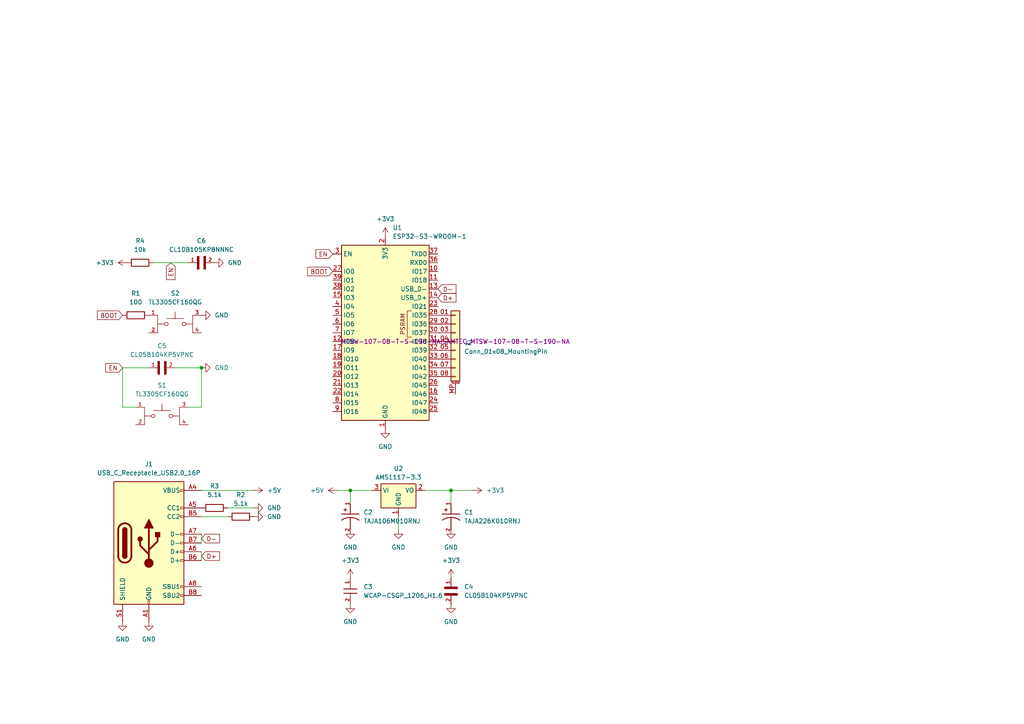
<source format=kicad_sch>
(kicad_sch (version 20250114) (generator "eeschema") (generator_version "9.0")
  (paper "A4")
  (lib_symbols
    (symbol "CL05B104KP5VPNC (100nF):CL05B104KP5VPNC" (pin_names (offset 1.016))
      (property "Reference" "C" (at 0 3.8109 0))
      (property "Value" "CL05B104KP5VPNC" (at 0 -5.0885 0))
      (symbol "CL05B104KP5VPNC_0_0"
        (rectangle (start 0 -1.9069) (end 0.635 1.905) (stroke (width 0.1)) (fill (type outline)))
        (rectangle (start 1.9069 -1.9069) (end 2.54 1.905) (stroke (width 0.1)) (fill (type outline)))
        (pin passive line (at -2.54 0 0) (length 2.54) (name "~") (number "1"))
        (pin passive line (at 5.08 0 180) (length 2.54) (name "~") (number "2"))
      )
    )
    (symbol "CL10B105KP8NNNC (1uF):CL10B105KP8NNNC" (pin_names (offset 1.016))
      (property "Reference" "C" (at 0 3.8109 0))
      (property "Value" "CL10B105KP8NNNC" (at 0 -5.0885 0))
      (symbol "CL10B105KP8NNNC_0_0"
        (rectangle (start 0 -1.9069) (end 0.635 1.905) (stroke (width 0.1)) (fill (type outline)))
        (rectangle (start 1.9069 -1.9069) (end 2.54 1.905) (stroke (width 0.1)) (fill (type outline)))
        (pin passive line (at -2.54 0 0) (length 2.54) (name "~") (number "1"))
        (pin passive line (at 5.08 0 180) (length 2.54) (name "~") (number "2"))
      )
    )
    (symbol "Connector:USB_C_Receptacle_USB2.0_16P" (pin_names (offset 1.016))
      (property "Reference" "J" (at 0 22.225 0))
      (property "Value" "USB_C_Receptacle_USB2.0_16P" (at 0 19.685 0))
      (symbol "USB_C_Receptacle_USB2.0_16P_0_0"
        (rectangle (start -0.254 -17.78) (end 0.254 -16.764))
        (rectangle (start 10.16 15.494) (end 9.144 14.986))
        (rectangle (start 10.16 10.414) (end 9.144 9.906))
        (rectangle (start 10.16 7.874) (end 9.144 7.366))
        (rectangle (start 10.16 2.794) (end 9.144 2.286))
        (rectangle (start 10.16 0.254) (end 9.144 -0.254))
        (rectangle (start 10.16 -2.286) (end 9.144 -2.794))
        (rectangle (start 10.16 -4.826) (end 9.144 -5.334))
        (rectangle (start 10.16 -12.446) (end 9.144 -12.954))
        (rectangle (start 10.16 -14.986) (end 9.144 -15.494))
      )
      (symbol "USB_C_Receptacle_USB2.0_16P_0_1"
        (rectangle (start -10.16 17.78) (end 10.16 -17.78) (stroke (width 0.254)) (fill (type background)))
        (polyline (pts (xy -8.89 -3.81) (xy -8.89 3.81)) (stroke (width 0.508)))
        (rectangle (start -7.62 -3.81) (end -6.35 3.81) (stroke (width 0.254)) (fill (type outline)))
        (arc (start -7.62 3.81) (mid -6.985 4.4423) (end -6.35 3.81) (stroke (width 0.254)))
        (arc (start -7.62 3.81) (mid -6.985 4.4423) (end -6.35 3.81) (stroke (width 0.254)) (fill (type outline)))
        (arc (start -8.89 3.81) (mid -6.985 5.7067) (end -5.08 3.81) (stroke (width 0.508)))
        (arc (start -5.08 -3.81) (mid -6.985 -5.7067) (end -8.89 -3.81) (stroke (width 0.508)))
        (arc (start -6.35 -3.81) (mid -6.985 -4.4423) (end -7.62 -3.81) (stroke (width 0.254)))
        (arc (start -6.35 -3.81) (mid -6.985 -4.4423) (end -7.62 -3.81) (stroke (width 0.254)) (fill (type outline)))
        (polyline (pts (xy -5.08 3.81) (xy -5.08 -3.81)) (stroke (width 0.508)))
        (circle (center -2.54 1.143) (radius 0.635) (stroke (width 0.254)) (fill (type outline)))
        (polyline (pts (xy -1.27 4.318) (xy 0 6.858) (xy 1.27 4.318) (xy -1.27 4.318)) (stroke (width 0.254)) (fill (type outline)))
        (polyline (pts (xy 0 -2.032) (xy 2.54 0.508) (xy 2.54 1.778)) (stroke (width 0.508)))
        (polyline (pts (xy 0 -3.302) (xy -2.54 -0.762) (xy -2.54 0.508)) (stroke (width 0.508)))
        (polyline (pts (xy 0 -5.842) (xy 0 4.318)) (stroke (width 0.508)))
        (circle (center 0 -5.842) (radius 1.27) (fill (type outline)))
        (rectangle (start 1.905 1.778) (end 3.175 3.048) (stroke (width 0.254)) (fill (type outline)))
      )
      (symbol "USB_C_Receptacle_USB2.0_16P_1_1"
        (pin passive line (at -7.62 -22.86 90) (length 5.08) (name "SHIELD") (number "S1"))
        (pin passive line (at 0 -22.86 90) (length 5.08) (name "GND") (number "A1"))
        (pin passive line (at 0 -22.86 90) (length 5.08) (hide yes) (name "GND") (number "A12"))
        (pin passive line (at 0 -22.86 90) (length 5.08) (hide yes) (name "GND") (number "B1"))
        (pin passive line (at 0 -22.86 90) (length 5.08) (hide yes) (name "GND") (number "B12"))
        (pin passive line (at 15.24 15.24 180) (length 5.08) (name "VBUS") (number "A4"))
        (pin passive line (at 15.24 15.24 180) (length 5.08) (hide yes) (name "VBUS") (number "A9"))
        (pin passive line (at 15.24 15.24 180) (length 5.08) (hide yes) (name "VBUS") (number "B4"))
        (pin passive line (at 15.24 15.24 180) (length 5.08) (hide yes) (name "VBUS") (number "B9"))
        (pin bidirectional line (at 15.24 10.16 180) (length 5.08) (name "CC1") (number "A5"))
        (pin bidirectional line (at 15.24 7.62 180) (length 5.08) (name "CC2") (number "B5"))
        (pin bidirectional line (at 15.24 2.54 180) (length 5.08) (name "D-") (number "A7"))
        (pin bidirectional line (at 15.24 0 180) (length 5.08) (name "D-") (number "B7"))
        (pin bidirectional line (at 15.24 -2.54 180) (length 5.08) (name "D+") (number "A6"))
        (pin bidirectional line (at 15.24 -5.08 180) (length 5.08) (name "D+") (number "B6"))
        (pin bidirectional line (at 15.24 -12.7 180) (length 5.08) (name "SBU1") (number "A8"))
        (pin bidirectional line (at 15.24 -15.24 180) (length 5.08) (name "SBU2") (number "B8"))
      )
    )
    (symbol "Connector_Generic_MountingPin:Conn_01x08_MountingPin" (pin_names (offset 1.016) (hide yes))
      (property "Reference" "J2" (at 2.54 -0.3555 0))
      (property "Value" "Conn_01x08_MountingPin" (at 2.54 -2.8955 0))
      (property "Footprint" "MTSW-107-08-T-S-190-NA:SAMTEC_MTSW-107-08-T-S-190-NA" (at 0 0 0))
      (symbol "Conn_01x08_MountingPin_1_1"
        (rectangle (start -1.27 8.89) (end 1.27 -11.43) (stroke (width 0.254)) (fill (type background)))
        (rectangle (start -1.27 7.747) (end 0 7.493) (stroke (width 0.1524)))
        (rectangle (start -1.27 5.207) (end 0 4.953) (stroke (width 0.1524)))
        (rectangle (start -1.27 2.667) (end 0 2.413) (stroke (width 0.1524)))
        (rectangle (start -1.27 0.127) (end 0 -0.127) (stroke (width 0.1524)))
        (rectangle (start -1.27 -2.413) (end 0 -2.667) (stroke (width 0.1524)))
        (rectangle (start -1.27 -4.953) (end 0 -5.207) (stroke (width 0.1524)))
        (rectangle (start -1.27 -7.493) (end 0 -7.747) (stroke (width 0.1524)))
        (rectangle (start -1.27 -10.033) (end 0 -10.287) (stroke (width 0.1524)))
        (polyline (pts (xy -1.016 -12.192) (xy 1.016 -12.192)) (stroke (width 0.1524)))
        (text "Mounting" (at 0 -11.811 0) (effects (font (size 0.381 0.381))))
        (pin passive line (at -5.08 7.62 0) (length 3.81) (name "Pin_1") (number "01"))
        (pin passive line (at -5.08 5.08 0) (length 3.81) (name "Pin_2") (number "02"))
        (pin passive line (at -5.08 2.54 0) (length 3.81) (name "Pin_3") (number "03"))
        (pin passive line (at -5.08 0 0) (length 3.81) (name "Pin_4") (number "04"))
        (pin passive line (at -5.08 -2.54 0) (length 3.81) (name "Pin_5") (number "05"))
        (pin passive line (at -5.08 -5.08 0) (length 3.81) (name "Pin_6") (number "06"))
        (pin passive line (at -5.08 -7.62 0) (length 3.81) (name "Pin_7") (number "07"))
        (pin passive line (at -5.08 -10.16 0) (length 3.81) (name "Pin_8") (number "08"))
        (pin passive line (at 0 -15.24 90) (length 3.048) (name "MountPin") (number "MP"))
      )
    )
    (symbol "Device:R" (pin_numbers (hide yes)) (pin_names (offset 0))
      (property "Reference" "R" (at 2.032 0 90))
      (property "Value" "R" (at 0 0 90))
      (symbol "R_0_1"
        (rectangle (start -1.016 -2.54) (end 1.016 2.54) (stroke (width 0.254)))
      )
      (symbol "R_1_1"
        (pin passive line (at 0 3.81 270) (length 1.27) (name "~") (number "1"))
        (pin passive line (at 0 -3.81 90) (length 1.27) (name "~") (number "2"))
      )
    )
    (symbol "RF_Module:ESP32-S3-WROOM-1"
      (property "Reference" "U" (at -12.7 26.67 0))
      (property "Value" "ESP32-S3-WROOM-1" (at 12.7 26.67 0))
      (symbol "ESP32-S3-WROOM-1_0_0"
        (rectangle (start -12.7 25.4) (end 12.7 -25.4) (stroke (width 0.254)) (fill (type background)))
        (text "PSRAM" (at 5.08 2.54 900) (effects (font (size 1.27 1.27))))
      )
      (symbol "ESP32-S3-WROOM-1_0_1"
        (polyline (pts (xy 7.62 -1.27) (xy 6.35 -1.27) (xy 6.35 6.35) (xy 7.62 6.35)))
      )
      (symbol "ESP32-S3-WROOM-1_1_1"
        (pin input line (at -15.24 22.86 0) (length 2.54) (name "EN") (number "3"))
        (pin bidirectional line (at -15.24 17.78 0) (length 2.54) (name "IO0") (number "27"))
        (pin bidirectional line (at -15.24 15.24 0) (length 2.54) (name "IO1") (number "39"))
        (pin bidirectional line (at -15.24 12.7 0) (length 2.54) (name "IO2") (number "38"))
        (pin bidirectional line (at -15.24 10.16 0) (length 2.54) (name "IO3") (number "15"))
        (pin bidirectional line (at -15.24 7.62 0) (length 2.54) (name "IO4") (number "4"))
        (pin bidirectional line (at -15.24 5.08 0) (length 2.54) (name "IO5") (number "5"))
        (pin bidirectional line (at -15.24 2.54 0) (length 2.54) (name "IO6") (number "6"))
        (pin bidirectional line (at -15.24 0 0) (length 2.54) (name "IO7") (number "7"))
        (pin bidirectional line (at -15.24 -2.54 0) (length 2.54) (name "IO8") (number "12"))
        (pin bidirectional line (at -15.24 -5.08 0) (length 2.54) (name "IO9") (number "17"))
        (pin bidirectional line (at -15.24 -7.62 0) (length 2.54) (name "IO10") (number "18"))
        (pin bidirectional line (at -15.24 -10.16 0) (length 2.54) (name "IO11") (number "19"))
        (pin bidirectional line (at -15.24 -12.7 0) (length 2.54) (name "IO12") (number "20"))
        (pin bidirectional line (at -15.24 -15.24 0) (length 2.54) (name "IO13") (number "21"))
        (pin bidirectional line (at -15.24 -17.78 0) (length 2.54) (name "IO14") (number "22"))
        (pin bidirectional line (at -15.24 -20.32 0) (length 2.54) (name "IO15") (number "8"))
        (pin bidirectional line (at -15.24 -22.86 0) (length 2.54) (name "IO16") (number "9"))
        (pin power_in line (at 0 27.94 270) (length 2.54) (name "3V3") (number "2"))
        (pin power_in line (at 0 -27.94 90) (length 2.54) (name "GND") (number "1"))
        (pin passive line (at 0 -27.94 90) (length 2.54) (hide yes) (name "GND") (number "40"))
        (pin passive line (at 0 -27.94 90) (length 2.54) (hide yes) (name "GND") (number "41"))
        (pin bidirectional line (at 15.24 22.86 180) (length 2.54) (name "TXD0") (number "37"))
        (pin bidirectional line (at 15.24 20.32 180) (length 2.54) (name "RXD0") (number "36"))
        (pin bidirectional line (at 15.24 17.78 180) (length 2.54) (name "IO17") (number "10"))
        (pin bidirectional line (at 15.24 15.24 180) (length 2.54) (name "IO18") (number "11"))
        (pin bidirectional line (at 15.24 12.7 180) (length 2.54) (name "USB_D-") (number "13"))
        (pin bidirectional line (at 15.24 10.16 180) (length 2.54) (name "USB_D+") (number "14"))
        (pin bidirectional line (at 15.24 7.62 180) (length 2.54) (name "IO21") (number "23"))
        (pin bidirectional line (at 15.24 5.08 180) (length 2.54) (name "IO35") (number "28"))
        (pin bidirectional line (at 15.24 2.54 180) (length 2.54) (name "IO36") (number "29"))
        (pin bidirectional line (at 15.24 0 180) (length 2.54) (name "IO37") (number "30"))
        (pin bidirectional line (at 15.24 -2.54 180) (length 2.54) (name "IO38") (number "31"))
        (pin bidirectional line (at 15.24 -5.08 180) (length 2.54) (name "IO39") (number "32"))
        (pin bidirectional line (at 15.24 -7.62 180) (length 2.54) (name "IO40") (number "33"))
        (pin bidirectional line (at 15.24 -10.16 180) (length 2.54) (name "IO41") (number "34"))
        (pin bidirectional line (at 15.24 -12.7 180) (length 2.54) (name "IO42") (number "35"))
        (pin bidirectional line (at 15.24 -15.24 180) (length 2.54) (name "IO45") (number "26"))
        (pin bidirectional line (at 15.24 -17.78 180) (length 2.54) (name "IO46") (number "16"))
        (pin bidirectional line (at 15.24 -20.32 180) (length 2.54) (name "IO47") (number "24"))
        (pin bidirectional line (at 15.24 -22.86 180) (length 2.54) (name "IO48") (number "25"))
      )
    )
    (symbol "Regulator_Linear:AMS1117-3.3"
      (property "Reference" "U" (at -3.81 3.175 0))
      (property "Value" "AMS1117-3.3" (at 0 3.175 0))
      (symbol "AMS1117-3.3_0_1"
        (rectangle (start -5.08 -5.08) (end 5.08 1.905) (stroke (width 0.254)) (fill (type background)))
      )
      (symbol "AMS1117-3.3_1_1"
        (pin power_in line (at -7.62 0 0) (length 2.54) (name "VI") (number "3"))
        (pin power_in line (at 0 -7.62 90) (length 2.54) (name "GND") (number "1"))
        (pin power_out line (at 7.62 0 180) (length 2.54) (name "VO") (number "2"))
      )
    )
    (symbol "TAJA106M010RNJ (10uF):TAJA106M010RNJ" (pin_names (offset 1.016))
      (property "Reference" "C" (at -5.08 3.81 0))
      (property "Value" "TAJA106M010RNJ" (at -5.08 -5.08 0))
      (symbol "TAJA106M010RNJ_0_0"
        (polyline (pts (xy -5.08 0) (xy -2.032 0)) (stroke (width 0.254)))
        (rectangle (start -3.713 -1.532) (end -2.824 -1.405) (stroke (width 0.1)) (fill (type outline)))
        (rectangle (start -3.332 -1.913) (end -3.205 -1.024) (stroke (width 0.1)) (fill (type outline)))
        (polyline (pts (xy -2.032 2.54) (xy -2.032 -2.54)) (stroke (width 0.254)))
        (polyline (pts (xy -1.016 0) (xy 2.54 0)) (stroke (width 0.254)))
        (arc (start -0.254 -2.54) (mid -1.0549 0) (end -0.254 2.54) (stroke (width 0.254)))
        (pin passive line (at -5.08 0 0) (length 0) (name "~") (number "1"))
        (pin passive line (at 2.54 0 180) (length 0) (name "~") (number "2"))
      )
    )
    (symbol "TAJA226K010RNJ (22uF):TAJA226K010RNJ" (pin_names (offset 1.016))
      (property "Reference" "C" (at -5.08 3.81 0))
      (property "Value" "TAJA226K010RNJ" (at -5.08 -5.08 0))
      (symbol "TAJA226K010RNJ_0_0"
        (polyline (pts (xy -5.08 0) (xy -2.032 0)) (stroke (width 0.254)))
        (rectangle (start -3.713 -1.532) (end -2.824 -1.405) (stroke (width 0.1)) (fill (type outline)))
        (rectangle (start -3.332 -1.913) (end -3.205 -1.024) (stroke (width 0.1)) (fill (type outline)))
        (polyline (pts (xy -2.032 2.54) (xy -2.032 -2.54)) (stroke (width 0.254)))
        (polyline (pts (xy -1.016 0) (xy 2.54 0)) (stroke (width 0.254)))
        (arc (start -0.254 -2.54) (mid -1.0549 0) (end -0.254 2.54) (stroke (width 0.254)))
        (pin passive line (at -5.08 0 0) (length 0) (name "~") (number "1"))
        (pin passive line (at 2.54 0 180) (length 0) (name "~") (number "2"))
      )
    )
    (symbol "TL3305CF160QG (switch):TL3305CF160QG" (pin_names (offset 1.016))
      (property "Reference" "S" (at -5.08 5.08 0))
      (property "Value" "TL3305CF160QG" (at -5.08 -5.08 0))
      (symbol "TL3305CF160QG_0_0"
        (polyline (pts (xy -5.08 2.54) (xy -5.08 -2.54)) (stroke (width 0.1524)))
        (polyline (pts (xy -5.08 0) (xy -3.048 0)) (stroke (width 0.1524)))
        (polyline (pts (xy -2.54 1.5875) (xy 0 1.5875)) (stroke (width 0.1524)))
        (circle (center -2.54 0) (radius 0.508) (stroke (width 0.1524)))
        (polyline (pts (xy 0 1.5875) (xy 0 3.4925)) (stroke (width 0.1524)))
        (polyline (pts (xy 0 1.5875) (xy 2.54 1.5875)) (stroke (width 0.1524)))
        (circle (center 2.54 0) (radius 0.508) (stroke (width 0.1524)))
        (polyline (pts (xy 5.08 2.54) (xy 5.08 -2.54)) (stroke (width 0.1524)))
        (polyline (pts (xy 5.08 0) (xy 3.048 0)) (stroke (width 0.1524)))
        (pin passive line (at -7.62 2.54 0) (length 2.54) (name "~") (number "1"))
        (pin passive line (at -7.62 -2.54 0) (length 2.54) (name "~") (number "2"))
        (pin passive line (at 7.62 2.54 180) (length 2.54) (name "~") (number "3"))
        (pin passive line (at 7.62 -2.54 180) (length 2.54) (name "~") (number "4"))
      )
    )
    (symbol "WCAP-CSGP_1206_H1.6 (22uF):WCAP-CSGP_1206_H1.6" (pin_names (offset 1.016))
      (property "Reference" "C" (at 1.27 3.302 0))
      (property "Value" "WCAP-CSGP_1206_H1.6" (at 1.27 -5.08 0))
      (symbol "WCAP-CSGP_1206_H1.6_0_0"
        (polyline (pts (xy 0 0) (xy 0.6426 0)) (stroke (width 0.1524)))
        (polyline (pts (xy 0.635 -1.905) (xy 0.635 1.905)) (stroke (width 0.254)))
        (polyline (pts (xy 1.905 1.905) (xy 1.905 -1.905)) (stroke (width 0.254)))
        (polyline (pts (xy 1.9279 0) (xy 2.5705 0)) (stroke (width 0.1524)))
        (pin passive line (at -2.54 0 0) (length 2.54) (name "~") (number "1"))
        (pin passive line (at 5.08 0 180) (length 2.54) (name "~") (number "2"))
      )
    )
    (symbol "power:+3V3" (power) (pin_numbers (hide yes)) (pin_names (offset 0) (hide yes))
      (property "Value" "+3V3" (at 0 3.556 0))
      (symbol "+3V3_0_1"
        (polyline (pts (xy -0.762 1.27) (xy 0 2.54)))
        (polyline (pts (xy 0 2.54) (xy 0.762 1.27)))
        (polyline (pts (xy 0 0) (xy 0 2.54)))
      )
      (symbol "+3V3_1_1"
        (pin power_in line (at 0 0 90) (length 0) (name "~") (number "1"))
      )
    )
    (symbol "power:+5V" (power) (pin_numbers (hide yes)) (pin_names (offset 0) (hide yes))
      (property "Value" "+5V" (at 0 3.556 0))
      (symbol "+5V_0_1"
        (polyline (pts (xy -0.762 1.27) (xy 0 2.54)))
        (polyline (pts (xy 0 2.54) (xy 0.762 1.27)))
        (polyline (pts (xy 0 0) (xy 0 2.54)))
      )
      (symbol "+5V_1_1"
        (pin power_in line (at 0 0 90) (length 0) (name "~") (number "1"))
      )
    )
    (symbol "power:GND" (power) (pin_numbers (hide yes)) (pin_names (offset 0) (hide yes))
      (property "Value" "GND" (at 0 -3.81 0))
      (symbol "GND_0_1"
        (polyline (pts (xy 0 0) (xy 0 -1.27) (xy 1.27 -1.27) (xy 0 -2.54) (xy -1.27 -1.27) (xy 0 -1.27)))
      )
      (symbol "GND_1_1"
        (pin power_in line (at 0 0 270) (length 0) (name "~") (number "1"))
      )
    )
  )
  (junction (at 58.42 106.68))
  (junction (at 130.81 142.24))
  (junction (at 101.6 142.24))
  (wire (pts (xy 58.42 154.94) (xy 58.42 157.48)))
  (wire (pts (xy 130.81 146.05) (xy 130.81 142.24)))
  (wire (pts (xy 58.42 106.68) (xy 58.42 118.11)))
  (wire (pts (xy 97.79 142.24) (xy 101.6 142.24)))
  (wire (pts (xy 101.6 142.24) (xy 107.95 142.24)))
  (wire (pts (xy 101.6 142.24) (xy 101.6 146.05)))
  (wire (pts (xy 58.42 160.02) (xy 58.42 162.56)))
  (wire (pts (xy 43.18 106.68) (xy 35.56 106.68)))
  (wire (pts (xy 115.57 153.67) (xy 115.57 149.86)))
  (wire (pts (xy 35.56 118.11) (xy 39.37 118.11)))
  (wire (pts (xy 123.19 142.24) (xy 130.81 142.24)))
  (wire (pts (xy 50.8 106.68) (xy 58.42 106.68)))
  (wire (pts (xy 35.56 106.68) (xy 35.56 118.11)))
  (wire (pts (xy 58.42 142.24) (xy 73.66 142.24)))
  (wire (pts (xy 58.42 149.86) (xy 66.04 149.86)))
  (wire (pts (xy 130.81 142.24) (xy 137.16 142.24)))
  (wire (pts (xy 58.42 118.11) (xy 54.61 118.11)))
  (wire (pts (xy 54.61 76.2) (xy 44.45 76.2)))
  (wire (pts (xy 66.04 147.32) (xy 73.66 147.32)))
  (global_label "EN" (shape input) (at 35.56 106.68 180) (property "Intersheetrefs" "${INTERSHEET_REFS}" (effects (hide yes))))
  (global_label "EN" (shape input) (at 49.53 76.2 270) (property "Intersheetrefs" "${INTERSHEET_REFS}" (effects (hide yes))))
  (global_label "D+" (shape input) (at 127 86.36 0) (property "Intersheetrefs" "${INTERSHEET_REFS}" (effects (hide yes))))
  (global_label "D-" (shape input) (at 58.42 156.21 0) (property "Intersheetrefs" "${INTERSHEET_REFS}" (effects (hide yes))))
  (global_label "EN" (shape input) (at 96.52 73.66 180) (property "Intersheetrefs" "${INTERSHEET_REFS}" (effects (hide yes))))
  (global_label "D-" (shape input) (at 127 83.82 0) (property "Intersheetrefs" "${INTERSHEET_REFS}" (effects (hide yes))))
  (global_label "D+" (shape input) (at 58.42 161.29 0) (property "Intersheetrefs" "${INTERSHEET_REFS}" (effects (hide yes))))
  (global_label "BOOT" (shape input) (at 35.56 91.44 180) (property "Intersheetrefs" "${INTERSHEET_REFS}" (effects (hide yes))))
  (global_label "BOOT" (shape input) (at 96.52 78.74 180) (property "Intersheetrefs" "${INTERSHEET_REFS}" (effects (hide yes))))
  (symbol (lib_id "power:+3V3") (at 101.6 167.64 0) (unit 1)
    (property "Reference" "#PWR010" (effects (hide yes)))
    (property "Value" "+3V3" (at 101.6 162.56 0))
    (property "Description" "Power symbol creates a global label with name \"+3V3\"" (effects (hide yes)))
  )
  (symbol (lib_id "Regulator_Linear:AMS1117-3.3") (at 115.57 142.24 0) (unit 1)
    (property "Reference" "U2" (at 115.57 135.89 0))
    (property "Value" "AMS1117-3.3" (at 115.57 138.43 0))
    (property "Footprint" "Package_TO_SOT_SMD:SOT-223-3_TabPin2" (effects (hide yes)))
    (property "Datasheet" "http://www.advanced-monolithic.com/pdf/ds1117.pdf" (effects (hide yes)))
    (property "Description" "1A Low Dropout regulator, positive, 3.3V fixed output, SOT-223" (effects (hide yes)))
  )
  (symbol (lib_id "power:+3V3") (at 36.83 76.2 90) (unit 1)
    (property "Reference" "#PWR015" (effects (hide yes)))
    (property "Value" "+3V3" (at 33.02 76.1999 90) (effects (justify left)))
    (property "Description" "Power symbol creates a global label with name \"+3V3\"" (effects (hide yes)))
  )
  (symbol (lib_id "power:+3V3") (at 111.76 68.58 0) (unit 1)
    (property "Reference" "#PWR01" (effects (hide yes)))
    (property "Value" "+3V3" (at 111.76 63.5 0))
    (property "Description" "Power symbol creates a global label with name \"+3V3\"" (effects (hide yes)))
  )
  (symbol (lib_id "power:GND") (at 62.23 76.2 90) (unit 1)
    (property "Reference" "#PWR014" (effects (hide yes)))
    (property "Value" "GND" (at 66.04 76.1999 90) (effects (justify right)))
    (property "Description" "Power symbol creates a global label with name \"GND\" , ground" (effects (hide yes)))
  )
  (symbol (lib_id "CL05B104KP5VPNC (100nF):CL05B104KP5VPNC") (at 45.72 106.68 0) (unit 1)
    (property "Reference" "C5" (at 46.99 100.33 0))
    (property "Value" "CL05B104KP5VPNC" (at 46.99 102.87 0))
    (property "Footprint" "CL05B104KP5VPNC:CAPC1005X55N" (effects (hide yes)))
    (property "L1_min" "0.15" (effects (hide yes)))
    (property "Check_prices" "https://www.snapeda.com/parts/CL05B104KP5VPNC/Samsung/view-part/?ref=eda" (effects (hide yes)))
    (property "Package" "SMD-2 Samsung" (effects (hide yes)))
    (property "SnapEDA_Link" "https://www.snapeda.com/parts/CL05B104KP5VPNC/Samsung/view-part/?ref=snap" (effects (hide yes)))
    (property "STANDARD" "IPC 7351B" (effects (hide yes)))
    (property "E_min" "0.45" (effects (hide yes)))
    (property "MF" "Samsung" (effects (hide yes)))
    (property "D_min" "0.95" (effects (hide yes)))
    (property "D_nom" "1.0" (effects (hide yes)))
    (property "L_min" "0.15" (effects (hide yes)))
    (property "E_max" "0.55" (effects (hide yes)))
    (property "L_max" "0.35" (effects (hide yes)))
    (property "A_max" "0.55" (effects (hide yes)))
    (property "L1_nom" "0.25" (effects (hide yes)))
    (property "Description_1" "0.1 µF ±10% 10V Ceramic Capacitor X7R 0402 (1005 Metric)" (effects (hide yes)))
    (property "D_max" "1.05" (effects (hide yes)))
    (property "A_nom" "0.55" (effects (hide yes)))
    (property "L1_max" "0.35" (effects (hide yes)))
    (property "A_min" "0.55" (effects (hide yes)))
    (property "Availability" "In Stock" (effects (hide yes)))
    (property "MP" "CL05B104KP5VPNC" (effects (hide yes)))
    (property "E_nom" "0.5" (effects (hide yes)))
    (property "MANUFACTURER" "Samsung" (effects (hide yes)))
    (property "Price" "None" (effects (hide yes)))
    (property "L_nom" "0.25" (effects (hide yes)))
  )
  (symbol (lib_id "power:GND") (at 35.56 180.34 0) (unit 1)
    (property "Reference" "#PWR020" (effects (hide yes)))
    (property "Value" "GND" (at 35.56 185.42 0))
    (property "Description" "Power symbol creates a global label with name \"GND\" , ground" (effects (hide yes)))
  )
  (symbol (lib_id "TL3305CF160QG (switch):TL3305CF160QG") (at 50.8 93.98 0) (unit 1)
    (property "Reference" "S2" (at 50.8 85.09 0))
    (property "Value" "TL3305CF160QG" (at 50.8 87.63 0))
    (property "Footprint" "TL3305CF160QG:SW_TL3305CF160QG" (effects (hide yes)))
    (property "MF" "E-Switch" (effects (hide yes)))
    (property "MAXIMUM_PACKAGE_HEIGHT" "5 mm" (effects (hide yes)))
    (property "Package" "None" (effects (hide yes)))
    (property "Price" "None" (effects (hide yes)))
    (property "Check_prices" "https://www.snapeda.com/parts/TL3305CF160QG/E-Switch/view-part/?ref=eda" (effects (hide yes)))
    (property "STANDARD" "Manufacturer Recommendations" (effects (hide yes)))
    (property "PARTREV" "C" (effects (hide yes)))
    (property "SnapEDA_Link" "https://www.snapeda.com/parts/TL3305CF160QG/E-Switch/view-part/?ref=snap" (effects (hide yes)))
    (property "MP" "TL3305CF160QG" (effects (hide yes)))
    (property "Description_1" "SWITCH TACTILE SPST-NO 50MA 12V" (effects (hide yes)))
    (property "MANUFACTURER" "E-Switch" (effects (hide yes)))
    (property "Availability" "In Stock" (effects (hide yes)))
    (property "SNAPEDA_PN" "TL3305BF260QG" (effects (hide yes)))
  )
  (symbol (lib_id "power:GND") (at 101.6 175.26 0) (unit 1)
    (property "Reference" "#PWR08" (effects (hide yes)))
    (property "Value" "GND" (at 101.6 180.34 0))
    (property "Description" "Power symbol creates a global label with name \"GND\" , ground" (effects (hide yes)))
  )
  (symbol (lib_id "TL3305CF160QG (switch):TL3305CF160QG") (at 46.99 120.65 0) (unit 1)
    (property "Reference" "S1" (at 46.99 111.76 0))
    (property "Value" "TL3305CF160QG" (at 46.99 114.3 0))
    (property "Footprint" "TL3305CF160QG:SW_TL3305CF160QG" (effects (hide yes)))
    (property "MF" "E-Switch" (effects (hide yes)))
    (property "MAXIMUM_PACKAGE_HEIGHT" "5 mm" (effects (hide yes)))
    (property "Package" "None" (effects (hide yes)))
    (property "Price" "None" (effects (hide yes)))
    (property "Check_prices" "https://www.snapeda.com/parts/TL3305CF160QG/E-Switch/view-part/?ref=eda" (effects (hide yes)))
    (property "STANDARD" "Manufacturer Recommendations" (effects (hide yes)))
    (property "PARTREV" "C" (effects (hide yes)))
    (property "SnapEDA_Link" "https://www.snapeda.com/parts/TL3305CF160QG/E-Switch/view-part/?ref=snap" (effects (hide yes)))
    (property "MP" "TL3305CF160QG" (effects (hide yes)))
    (property "Description_1" "SWITCH TACTILE SPST-NO 50MA 12V" (effects (hide yes)))
    (property "MANUFACTURER" "E-Switch" (effects (hide yes)))
    (property "Availability" "In Stock" (effects (hide yes)))
    (property "SNAPEDA_PN" "TL3305BF260QG" (effects (hide yes)))
  )
  (symbol (lib_id "CL05B104KP5VPNC (100nF):CL05B104KP5VPNC") (at 130.81 170.18 270) (unit 1)
    (property "Reference" "C4" (at 134.62 170.1799 90) (effects (justify left)))
    (property "Value" "CL05B104KP5VPNC" (at 134.62 172.7199 90) (effects (justify left)))
    (property "Footprint" "CL05B104KP5VPNC:CAPC1005X55N" (effects (hide yes)))
    (property "L1_min" "0.15" (effects (hide yes)))
    (property "Check_prices" "https://www.snapeda.com/parts/CL05B104KP5VPNC/Samsung/view-part/?ref=eda" (effects (hide yes)))
    (property "Package" "SMD-2 Samsung" (effects (hide yes)))
    (property "SnapEDA_Link" "https://www.snapeda.com/parts/CL05B104KP5VPNC/Samsung/view-part/?ref=snap" (effects (hide yes)))
    (property "STANDARD" "IPC 7351B" (effects (hide yes)))
    (property "E_min" "0.45" (effects (hide yes)))
    (property "MF" "Samsung" (effects (hide yes)))
    (property "D_min" "0.95" (effects (hide yes)))
    (property "D_nom" "1.0" (effects (hide yes)))
    (property "L_min" "0.15" (effects (hide yes)))
    (property "E_max" "0.55" (effects (hide yes)))
    (property "L_max" "0.35" (effects (hide yes)))
    (property "A_max" "0.55" (effects (hide yes)))
    (property "L1_nom" "0.25" (effects (hide yes)))
    (property "Description_1" "0.1 µF ±10% 10V Ceramic Capacitor X7R 0402 (1005 Metric)" (effects (hide yes)))
    (property "D_max" "1.05" (effects (hide yes)))
    (property "A_nom" "0.55" (effects (hide yes)))
    (property "L1_max" "0.35" (effects (hide yes)))
    (property "A_min" "0.55" (effects (hide yes)))
    (property "Availability" "In Stock" (effects (hide yes)))
    (property "MP" "CL05B104KP5VPNC" (effects (hide yes)))
    (property "E_nom" "0.5" (effects (hide yes)))
    (property "MANUFACTURER" "Samsung" (effects (hide yes)))
    (property "Price" "None" (effects (hide yes)))
    (property "L_nom" "0.25" (effects (hide yes)))
  )
  (symbol (lib_id "WCAP-CSGP_1206_H1.6 (22uF):WCAP-CSGP_1206_H1.6") (at 101.6 170.18 270) (unit 1)
    (property "Reference" "C3" (at 105.41 170.1951 90) (effects (justify left)))
    (property "Value" "WCAP-CSGP_1206_H1.6" (at 105.41 172.7351 90) (effects (justify left)))
    (property "Footprint" "WCAP-CSGP_1206_H1.6:WCAP-CSGP_1206_H1.6" (effects (hide yes)))
    (property "MF" "Wurth Electronics" (effects (hide yes)))
    (property "Description_1" "X5R1206107M6R3DFCT10000; SMT Chip; 100 µF ± 20%; 6.3 V(DC); -55°C / +85°C; size 1206; LxWxH 3.2 x 1.6 x 1.6; Term. Cu/Ni/Sn" (effects (hide yes)))
    (property "Package" "1206 Wurth Electronics" (effects (hide yes)))
    (property "Price" "None" (effects (hide yes)))
    (property "SnapEDA_Link" "https://www.snapeda.com/parts/885012108005/Wurth+Electronics/view-part/?ref=snap" (effects (hide yes)))
    (property "MP" "885012108005" (effects (hide yes)))
    (property "Availability" "Not in stock" (effects (hide yes)))
    (property "Check_prices" "https://www.snapeda.com/parts/885012108005/Wurth+Electronics/view-part/?ref=eda" (effects (hide yes)))
  )
  (symbol (lib_id "TAJA106M010RNJ (10uF):TAJA106M010RNJ") (at 101.6 151.13 270) (unit 1)
    (property "Reference" "C2" (at 105.41 148.5899 90) (effects (justify left)))
    (property "Value" "TAJA106M010RNJ" (at 105.41 151.1299 90) (effects (justify left)))
    (property "Footprint" "TAJA106M010RNJ:CAPMP3216X180N" (effects (hide yes)))
    (property "DigiKey_Part_Number" "478-1657-1-ND" (effects (hide yes)))
    (property "SnapEDA_Link" "https://www.snapeda.com/parts/TAJA106M010RNJ/AVX/view-part/?ref=snap" (effects (hide yes)))
    (property "MAXIMUM_PACKAGE_HEIGHT" "1.8 mm" (effects (hide yes)))
    (property "Package" "1206 AVX" (effects (hide yes)))
    (property "Check_prices" "https://www.snapeda.com/parts/TAJA106M010RNJ/AVX/view-part/?ref=eda" (effects (hide yes)))
    (property "STANDARD" "IPC 7351B" (effects (hide yes)))
    (property "PARTREV" "031320" (effects (hide yes)))
    (property "MF" "AVX" (effects (hide yes)))
    (property "MP" "TAJA106M010RNJ" (effects (hide yes)))
    (property "Description_1" "Capacitor;Tantalum;Cap 10uF;Tol 20%;SMT;Vol-Rtg 10V;Code 3216;TR | AVX TAJA106M010RNJ" (effects (hide yes)))
    (property "MANUFACTURER" "AVX" (effects (hide yes)))
  )
  (symbol (lib_id "Connector:USB_C_Receptacle_USB2.0_16P") (at 43.18 157.48 0) (unit 1)
    (property "Reference" "J1" (at 43.18 134.62 0))
    (property "Value" "USB_C_Receptacle_USB2.0_16P" (at 43.18 137.16 0))
    (property "Footprint" "Connector_USB:USB_C_Receptacle_GCT_USB4105-xx-A_16P_TopMnt_Horizontal" (effects (hide yes)))
    (property "Datasheet" "https://www.usb.org/sites/default/files/documents/usb_type-c.zip" (effects (hide yes)))
    (property "Description" "USB 2.0-only 16P Type-C Receptacle connector" (effects (hide yes)))
  )
  (symbol (lib_id "power:GND") (at 130.81 153.67 0) (unit 1)
    (property "Reference" "#PWR06" (effects (hide yes)))
    (property "Value" "GND" (at 130.81 158.75 0))
    (property "Description" "Power symbol creates a global label with name \"GND\" , ground" (effects (hide yes)))
  )
  (symbol (lib_id "power:GND") (at 73.66 147.32 90) (unit 1)
    (property "Reference" "#PWR017" (effects (hide yes)))
    (property "Value" "GND" (at 77.47 147.3199 90) (effects (justify right)))
    (property "Description" "Power symbol creates a global label with name \"GND\" , ground" (effects (hide yes)))
  )
  (symbol (lib_id "power:GND") (at 111.76 124.46 0) (unit 1)
    (property "Reference" "#PWR02" (effects (hide yes)))
    (property "Value" "GND" (at 111.76 129.54 0))
    (property "Description" "Power symbol creates a global label with name \"GND\" , ground" (effects (hide yes)))
  )
  (symbol (lib_id "power:GND") (at 101.6 153.67 0) (unit 1)
    (property "Reference" "#PWR07" (effects (hide yes)))
    (property "Value" "GND" (at 101.6 158.75 0))
    (property "Description" "Power symbol creates a global label with name \"GND\" , ground" (effects (hide yes)))
  )
  (symbol (lib_id "power:+5V") (at 97.79 142.24 90) (unit 1)
    (property "Reference" "#PWR03" (effects (hide yes)))
    (property "Value" "+5V" (at 93.98 142.2399 90) (effects (justify left)))
    (property "Description" "Power symbol creates a global label with name \"+5V\"" (effects (hide yes)))
  )
  (symbol (lib_id "power:GND") (at 115.57 153.67 0) (unit 1)
    (property "Reference" "#PWR05" (effects (hide yes)))
    (property "Value" "GND" (at 115.57 158.75 0))
    (property "Description" "Power symbol creates a global label with name \"GND\" , ground" (effects (hide yes)))
  )
  (symbol (lib_id "Device:R") (at 69.85 149.86 90) (unit 1)
    (property "Reference" "R2" (at 69.85 143.51 90))
    (property "Value" "5.1k" (at 69.85 146.05 90))
    (property "Footprint" "CL05B104KP5VPNC:CAPC1005X55N" (effects (hide yes)))
    (property "Description" "Resistor" (effects (hide yes)))
  )
  (symbol (lib_id "power:+3V3") (at 130.81 167.64 0) (unit 1)
    (property "Reference" "#PWR011" (effects (hide yes)))
    (property "Value" "+3V3" (at 130.81 162.56 0))
    (property "Description" "Power symbol creates a global label with name \"+3V3\"" (effects (hide yes)))
  )
  (symbol (lib_id "RF_Module:ESP32-S3-WROOM-1") (at 111.76 96.52 0) (unit 1)
    (property "Reference" "U1" (at 113.9033 66.04 0) (effects (justify left)))
    (property "Value" "ESP32-S3-WROOM-1" (at 113.9033 68.58 0) (effects (justify left)))
    (property "Footprint" "RF_Module:ESP32-S3-WROOM-1" (effects (hide yes)))
    (property "Datasheet" "https://www.espressif.com/sites/default/files/documentation/esp32-s3-wroom-1_wroom-1u_datasheet_en.pdf" (effects (hide yes)))
    (property "Description" "RF Module, ESP32-S3 SoC, Wi-Fi 802.11b/g/n, Bluetooth, BLE, 32-bit, 3.3V, onboard antenna, SMD" (effects (hide yes)))
  )
  (symbol (lib_id "CL10B105KP8NNNC (1uF):CL10B105KP8NNNC") (at 57.15 76.2 0) (unit 1)
    (property "Reference" "C6" (at 58.42 69.85 0))
    (property "Value" "CL10B105KP8NNNC" (at 58.42 72.39 0))
    (property "Footprint" "CL10B105KP8NNNC:CAPC1608X90N" (effects (hide yes)))
    (property "L1_min" "0.1" (effects (hide yes)))
    (property "Check_prices" "https://www.snapeda.com/parts/CL10B105KP8NNNC/Samsung/view-part/?ref=eda" (effects (hide yes)))
    (property "Package" "SMD-2 Samsung" (effects (hide yes)))
    (property "SnapEDA_Link" "https://www.snapeda.com/parts/CL10B105KP8NNNC/Samsung/view-part/?ref=snap" (effects (hide yes)))
    (property "STANDARD" "IPC 7351B" (effects (hide yes)))
    (property "E_min" "0.7" (effects (hide yes)))
    (property "MF" "Samsung Electro-Mechanics" (effects (hide yes)))
    (property "D_min" "1.5" (effects (hide yes)))
    (property "D_nom" "1.6" (effects (hide yes)))
    (property "L_min" "0.1" (effects (hide yes)))
    (property "E_max" "0.9" (effects (hide yes)))
    (property "L_max" "0.5" (effects (hide yes)))
    (property "A_max" "0.9" (effects (hide yes)))
    (property "L1_nom" "0.3" (effects (hide yes)))
    (property "Description_1" "1 µF ±10% 10V Ceramic Capacitor X7R 0603 (1608 Metric)" (effects (hide yes)))
    (property "D_max" "1.7" (effects (hide yes)))
    (property "A_nom" "0.9" (effects (hide yes)))
    (property "L1_max" "0.5" (effects (hide yes)))
    (property "A_min" "0.9" (effects (hide yes)))
    (property "Availability" "In Stock" (effects (hide yes)))
    (property "MP" "CL10B105KP8NNNC" (effects (hide yes)))
    (property "E_nom" "0.8" (effects (hide yes)))
    (property "MANUFACTURER" "Samsung Electro-Mechanics" (effects (hide yes)))
    (property "Price" "None" (effects (hide yes)))
    (property "L_nom" "0.3" (effects (hide yes)))
  )
  (symbol (lib_id "power:GND") (at 58.42 106.68 90) (unit 1)
    (property "Reference" "#PWR012" (effects (hide yes)))
    (property "Value" "GND" (at 62.23 106.6799 90) (effects (justify right)))
    (property "Description" "Power symbol creates a global label with name \"GND\" , ground" (effects (hide yes)))
  )
  (symbol (lib_id "power:GND") (at 43.18 180.34 0) (unit 1)
    (property "Reference" "#PWR019" (effects (hide yes)))
    (property "Value" "GND" (at 43.18 185.42 0))
    (property "Description" "Power symbol creates a global label with name \"GND\" , ground" (effects (hide yes)))
  )
  (symbol (lib_id "Device:R") (at 39.37 91.44 90) (unit 1)
    (property "Reference" "R1" (at 39.37 85.09 90))
    (property "Value" "100" (at 39.37 87.63 90))
    (property "Footprint" "CL05B104KP5VPNC:CAPC1005X55N" (effects (hide yes)))
    (property "Description" "Resistor" (effects (hide yes)))
  )
  (symbol (lib_id "power:GND") (at 130.81 175.26 0) (unit 1)
    (property "Reference" "#PWR09" (effects (hide yes)))
    (property "Value" "GND" (at 130.81 180.34 0))
    (property "Description" "Power symbol creates a global label with name \"GND\" , ground" (effects (hide yes)))
  )
  (symbol (lib_id "power:GND") (at 73.66 149.86 90) (unit 1)
    (property "Reference" "#PWR016" (effects (hide yes)))
    (property "Value" "GND" (at 77.47 149.8599 90) (effects (justify right)))
    (property "Description" "Power symbol creates a global label with name \"GND\" , ground" (effects (hide yes)))
  )
  (symbol (lib_id "power:GND") (at 58.42 91.44 90) (unit 1)
    (property "Reference" "#PWR013" (effects (hide yes)))
    (property "Value" "GND" (at 62.23 91.4399 90) (effects (justify right)))
    (property "Description" "Power symbol creates a global label with name \"GND\" , ground" (effects (hide yes)))
  )
  (symbol (lib_id "power:+3V3") (at 137.16 142.24 270) (unit 1)
    (property "Reference" "#PWR04" (effects (hide yes)))
    (property "Value" "+3V3" (at 140.97 142.2399 90) (effects (justify left)))
    (property "Description" "Power symbol creates a global label with name \"+3V3\"" (effects (hide yes)))
  )
  (symbol (lib_id "Device:R") (at 62.23 147.32 90) (unit 1)
    (property "Reference" "R3" (at 62.23 140.97 90))
    (property "Value" "5.1k" (at 62.23 143.51 90))
    (property "Footprint" "CL05B104KP5VPNC:CAPC1005X55N" (effects (hide yes)))
    (property "Description" "Resistor" (effects (hide yes)))
  )
  (symbol (lib_id "TAJA226K010RNJ (22uF):TAJA226K010RNJ") (at 130.81 151.13 270) (unit 1)
    (property "Reference" "C1" (at 134.62 148.5899 90) (effects (justify left)))
    (property "Value" "TAJA226K010RNJ" (at 134.62 151.1299 90) (effects (justify left)))
    (property "Footprint" "TAJA226K010RNJ:CAPMP3216X180N" (effects (hide yes)))
    (property "MF" "AVX" (effects (hide yes)))
    (property "MAXIMUM_PACKAGE_HEIGHT" "1.8 mm" (effects (hide yes)))
    (property "Package" "1206 AVX Corporation" (effects (hide yes)))
    (property "Price" "None" (effects (hide yes)))
    (property "Check_prices" "https://www.snapeda.com/parts/TAJA226K010RNJ/AVX/view-part/?ref=eda" (effects (hide yes)))
    (property "STANDARD" "IPC 7351B" (effects (hide yes)))
    (property "PARTREV" "031320" (effects (hide yes)))
    (property "SnapEDA_Link" "https://www.snapeda.com/parts/TAJA226K010RNJ/AVX/view-part/?ref=snap" (effects (hide yes)))
    (property "MP" "TAJA226K010RNJ" (effects (hide yes)))
    (property "Description_1" "Capacitor;Tantalum;Cap 22uF;Tol 10%;SMT;Vol-Rtg 10V;Code 3216;TR | AVX TAJA226K010RNJ" (effects (hide yes)))
    (property "Availability" "In Stock" (effects (hide yes)))
    (property "MANUFACTURER" "AVX" (effects (hide yes)))
  )
  (symbol (lib_id "Connector_Generic_MountingPin:Conn_01x08_MountingPin") (at 132.08 99.06 0) (unit 1)
    (property "Reference" "J2" (at 134.62 99.4155 0) (effects (justify left)))
    (property "Value" "Conn_01x08_MountingPin" (at 134.62 101.9555 0) (effects (justify left)))
    (property "Footprint" "MTSW-107-08-T-S-190-NA:SAMTEC_MTSW-107-08-T-S-190-NA" (at 132.08 99.06 0))
    (property "Description" "Generic connectable mounting pin connector, single row, 01x08, script generated (kicad-library-utils/schlib/autogen/connector/)" (effects (hide yes)))
  )
  (symbol (lib_id "Device:R") (at 40.64 76.2 90) (unit 1)
    (property "Reference" "R4" (at 40.64 69.85 90))
    (property "Value" "10k" (at 40.64 72.39 90))
    (property "Footprint" "CL05B104KP5VPNC:CAPC1005X55N" (effects (hide yes)))
    (property "Description" "Resistor" (effects (hide yes)))
  )
  (symbol (lib_id "power:+5V") (at 73.66 142.24 270) (unit 1)
    (property "Reference" "#PWR018" (effects (hide yes)))
    (property "Value" "+5V" (at 77.47 142.2399 90) (effects (justify left)))
    (property "Description" "Power symbol creates a global label with name \"+5V\"" (effects (hide yes)))
  )
)
</source>
